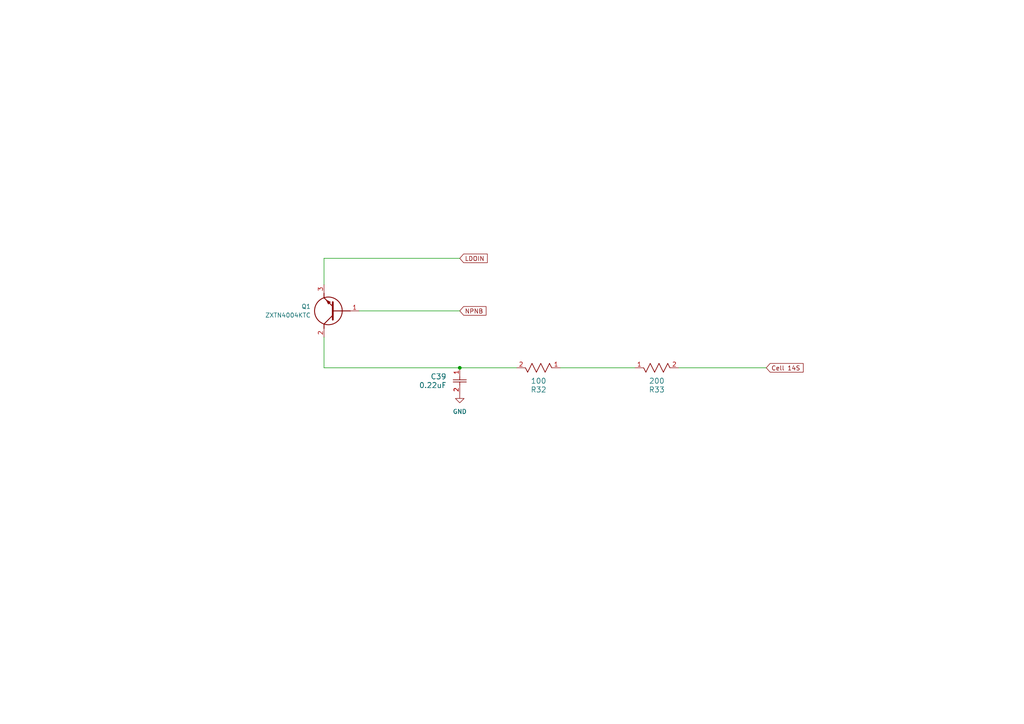
<source format=kicad_sch>
(kicad_sch (version 20231120) (generator "eeschema") (generator_version "8.0")
  (paper "A4")
  (lib_symbols
    (symbol "CRCW2010100RFKEF:CRCW2010100RFKEF" (pin_names (offset 0.254))
      (property "Reference" "R32" (at 6.35 6.35 0))
      (property "Value" "100" (at 6.35 3.81 0))
      (symbol "CRCW2010100RFKEF_1_1"
        (polyline (pts (xy 2.54 0) (xy 3.175 1.27)) (stroke (width 0.2032)))
        (polyline (pts (xy 3.175 1.27) (xy 4.445 -1.27)) (stroke (width 0.2032)))
        (polyline (pts (xy 4.445 -1.27) (xy 5.715 1.27)) (stroke (width 0.2032)))
        (polyline (pts (xy 5.715 1.27) (xy 6.985 -1.27)) (stroke (width 0.2032)))
        (polyline (pts (xy 6.985 -1.27) (xy 8.255 1.27)) (stroke (width 0.2032)))
        (polyline (pts (xy 8.255 1.27) (xy 9.525 -1.27)) (stroke (width 0.2032)))
        (polyline (pts (xy 9.525 -1.27) (xy 10.16 0)) (stroke (width 0.2032)))
        (pin passive line (at 12.7 0 180) (length 2.54) (name "") (number "1"))
        (pin passive line (at 0 0 0) (length 2.54) (name "") (number "2"))
      )
      (symbol "CRCW2010100RFKEF_1_2"
        (polyline (pts (xy -1.27 3.175) (xy 1.27 4.445)) (stroke (width 0.2032)))
        (polyline (pts (xy -1.27 5.715) (xy 1.27 6.985)) (stroke (width 0.2032)))
        (polyline (pts (xy -1.27 8.255) (xy 1.27 9.525)) (stroke (width 0.2032)))
        (polyline (pts (xy 0 2.54) (xy -1.27 3.175)) (stroke (width 0.2032)))
        (polyline (pts (xy 1.27 4.445) (xy -1.27 5.715)) (stroke (width 0.2032)))
        (polyline (pts (xy 1.27 6.985) (xy -1.27 8.255)) (stroke (width 0.2032)))
        (polyline (pts (xy 1.27 9.525) (xy 0 10.16)) (stroke (width 0.2032)))
        (pin unspecified line (at 0 12.7 270) (length 2.54) (name "") (number "1"))
        (pin unspecified line (at 0 0 90) (length 2.54) (name "") (number "2"))
      )
    )
    (symbol "CRCW2010200RFKEF:CRCW2010200RFKEF" (pin_names (offset 0.254))
      (property "Reference" "R33" (at 6.35 6.35 0))
      (property "Value" "200" (at 6.35 3.81 0))
      (symbol "CRCW2010200RFKEF_1_1"
        (polyline (pts (xy 2.54 0) (xy 3.175 1.27)) (stroke (width 0.2032)))
        (polyline (pts (xy 3.175 1.27) (xy 4.445 -1.27)) (stroke (width 0.2032)))
        (polyline (pts (xy 4.445 -1.27) (xy 5.715 1.27)) (stroke (width 0.2032)))
        (polyline (pts (xy 5.715 1.27) (xy 6.985 -1.27)) (stroke (width 0.2032)))
        (polyline (pts (xy 6.985 -1.27) (xy 8.255 1.27)) (stroke (width 0.2032)))
        (polyline (pts (xy 8.255 1.27) (xy 9.525 -1.27)) (stroke (width 0.2032)))
        (polyline (pts (xy 9.525 -1.27) (xy 10.16 0)) (stroke (width 0.2032)))
        (pin passive line (at 0 0 0) (length 2.54) (name "") (number "1"))
        (pin passive line (at 12.7 0 180) (length 2.54) (name "") (number "2"))
      )
      (symbol "CRCW2010200RFKEF_1_2"
        (polyline (pts (xy -1.27 3.175) (xy 1.27 4.445)) (stroke (width 0.2032)))
        (polyline (pts (xy -1.27 5.715) (xy 1.27 6.985)) (stroke (width 0.2032)))
        (polyline (pts (xy -1.27 8.255) (xy 1.27 9.525)) (stroke (width 0.2032)))
        (polyline (pts (xy 0 2.54) (xy -1.27 3.175)) (stroke (width 0.2032)))
        (polyline (pts (xy 1.27 4.445) (xy -1.27 5.715)) (stroke (width 0.2032)))
        (polyline (pts (xy 1.27 6.985) (xy -1.27 8.255)) (stroke (width 0.2032)))
        (polyline (pts (xy 1.27 9.525) (xy 0 10.16)) (stroke (width 0.2032)))
        (pin unspecified line (at 0 12.7 270) (length 2.54) (name "") (number "1"))
        (pin unspecified line (at 0 0 90) (length 2.54) (name "") (number "2"))
      )
    )
    (symbol "GCM31MR72A224KA37L:GCM31MR72A224KA37L" (pin_names (offset 0.254))
      (property "Reference" "C39" (at 2.5399 3.81 90))
      (property "Value" "0.22µF" (at 5.0799 3.81 90))
      (symbol "GCM31MR72A224KA37L_1_1"
        (polyline (pts (xy 2.54 0) (xy 3.4798 0)) (stroke (width 0.2032)))
        (polyline (pts (xy 3.4798 -1.905) (xy 3.4798 1.905)) (stroke (width 0.2032)))
        (polyline (pts (xy 4.1148 -1.905) (xy 4.1148 1.905)) (stroke (width 0.2032)))
        (polyline (pts (xy 4.1148 0) (xy 5.08 0)) (stroke (width 0.2032)))
        (pin passive line (at 0 0 0) (length 2.54) (name "") (number "1"))
        (pin passive line (at 7.62 0 180) (length 2.54) (name "") (number "2"))
      )
      (symbol "GCM31MR72A224KA37L_1_2"
        (polyline (pts (xy -1.905 -4.1148) (xy 1.905 -4.1148)) (stroke (width 0.2032)))
        (polyline (pts (xy -1.905 -3.4798) (xy 1.905 -3.4798)) (stroke (width 0.2032)))
        (polyline (pts (xy 0 -4.1148) (xy 0 -5.08)) (stroke (width 0.2032)))
        (polyline (pts (xy 0 -2.54) (xy 0 -3.4798)) (stroke (width 0.2032)))
        (pin unspecified line (at 0 0 270) (length 2.54) (name "") (number "1"))
        (pin unspecified line (at 0 -7.62 90) (length 2.54) (name "") (number "2"))
      )
    )
    (symbol "ZXTN4004KTC:ZXTN4004KTC" (pin_names hide)
      (property "Reference" "Q" (at 13.97 1.27 0))
      (property "Value" "ZXTN4004KTC" (at 13.97 -1.27 0))
      (symbol "ZXTN4004KTC_1_1"
        (polyline (pts (xy 2.54 0) (xy 7.62 0)) (stroke (width 0.254)))
        (polyline (pts (xy 7.62 -1.27) (xy 10.16 -3.81)) (stroke (width 0.254)))
        (polyline (pts (xy 7.62 1.27) (xy 10.16 3.81)) (stroke (width 0.254)))
        (polyline (pts (xy 7.62 2.54) (xy 7.62 -2.54)) (stroke (width 0.508)))
        (polyline (pts (xy 10.16 -3.81) (xy 10.16 -5.08)) (stroke (width 0.254)))
        (polyline (pts (xy 10.16 3.81) (xy 10.16 5.08)) (stroke (width 0.254)))
        (polyline (pts (xy 8.382 -2.54) (xy 8.89 -2.032) (xy 9.398 -3.048) (xy 8.382 -2.54)) (stroke (width 0.254)) (fill (type outline)))
        (circle (center 8.89 0) (radius 4.016) (stroke (width 0.254)))
        (pin passive line (at 0 0 0) (length 2.54) (name "B") (number "1"))
        (pin passive line (at 10.16 7.62 270) (length 2.54) (name "C") (number "2"))
        (pin passive line (at 10.16 -7.62 90) (length 2.54) (name "E") (number "3"))
      )
    )
    (symbol "power:GND" (power) (pin_numbers hide) (pin_names (offset 0) hide)
      (property "Value" "GND" (at 0 -3.81 0))
      (symbol "GND_0_1"
        (polyline (pts (xy 0 0) (xy 0 -1.27) (xy 1.27 -1.27) (xy 0 -2.54) (xy -1.27 -1.27) (xy 0 -1.27)))
      )
      (symbol "GND_1_1"
        (pin power_in line (at 0 0 270) (length 0) (name "~") (number "1"))
      )
    )
  )
  (junction (at 133.35 106.68))
  (wire (pts (xy 162.56 106.68) (xy 184.15 106.68)))
  (wire (pts (xy 133.35 106.68) (xy 149.86 106.68)))
  (wire (pts (xy 104.14 90.17) (xy 133.35 90.17)))
  (wire (pts (xy 93.98 82.55) (xy 93.98 74.93)))
  (wire (pts (xy 93.98 97.79) (xy 93.98 106.68)))
  (wire (pts (xy 93.98 106.68) (xy 133.35 106.68)))
  (wire (pts (xy 93.98 74.93) (xy 133.35 74.93)))
  (wire (pts (xy 196.85 106.68) (xy 222.25 106.68)))
  (global_label "LDOIN" (shape input) (at 133.35 74.93 0) (property "Intersheetrefs" "${INTERSHEET_REFS}" (effects (hide yes))))
  (global_label "NPNB" (shape input) (at 133.35 90.17 0) (property "Intersheetrefs" "${INTERSHEET_REFS}" (effects (hide yes))))
  (global_label "Cell 14S" (shape input) (at 222.25 106.68 0) (property "Intersheetrefs" "${INTERSHEET_REFS}" (effects (hide yes))))
  (symbol (lib_id "GCM31MR72A224KA37L:GCM31MR72A224KA37L") (at 133.35 106.68 90) (mirror x) (unit 1)
    (property "Reference" "C39" (at 129.54 109.2199 90) (effects (font (size 1.524 1.524)) (justify left)))
    (property "Value" "0.22uF" (at 129.54 111.7599 90) (effects (font (size 1.524 1.524)) (justify left)))
    (property "Footprint" "GCM31MR72A224KA37L:G-31_MUR-L" (effects (hide yes)))
    (property "Datasheet" "https://search.murata.co.jp/Ceramy/image/img/A01X/G101/ENG/GCM033R71A103KA03-01A.pdf" (effects (hide yes)))
    (property "Manufacturer Part Number" "GCM31MR72A224KA37L" (effects (hide yes)))
  )
  (symbol (lib_id "power:GND") (at 133.35 114.3 0) (unit 1)
    (property "Reference" "#PWR01" (effects (hide yes)))
    (property "Value" "GND" (at 133.35 119.38 0))
    (property "Description" "Power symbol creates a global label with name \"GND\" , ground" (effects (hide yes)))
  )
  (symbol (lib_id "CRCW2010200RFKEF:CRCW2010200RFKEF") (at 184.15 106.68 0) (mirror x) (unit 1)
    (property "Reference" "R33" (at 190.5 113.03 0) (effects (font (size 1.524 1.524))))
    (property "Value" "200" (at 190.5 110.49 0) (effects (font (size 1.524 1.524))))
    (property "Footprint" "CRCW2010200RFKEF:RC2010N_VIS-L" (effects (hide yes)))
    (property "Datasheet" "https://www.vishay.com/docs/20035/dcrcwe3.pdf" (effects (hide yes)))
    (property "Manufacturer Part Number" "CRCW2010200RFKEF" (effects (hide yes)))
  )
  (symbol (lib_id "ZXTN4004KTC:ZXTN4004KTC") (at 104.14 90.17 180) (unit 1)
    (property "Reference" "Q1" (at 90.17 88.8999 0) (effects (justify left)))
    (property "Value" "ZXTN4004KTC" (at 90.17 91.4399 0) (effects (justify left)))
    (property "Footprint" "ZXTN4004KTC:ZXTN4004KTC" (effects (hide yes)))
    (property "Datasheet" "https://www.diodes.com//assets/Datasheets/ZXTN4004K.pdf" (effects (hide yes)))
    (property "Description" "Bipolar (BJT) Transistor NPN 150 V 1 A 3.8 W Surface Mount TO-252-3" (effects (hide yes)))
    (property "Height" "2.52" (effects (hide yes)))
    (property "Mouser Part Number" "621-ZXTN4004KTC" (effects (hide yes)))
    (property "Mouser Price/Stock" "https://www.mouser.co.uk/ProductDetail/Diodes-Incorporated/ZXTN4004KTC?qs=aXnpsjvrXd1NjskJTVsVYA%3D%3D" (effects (hide yes)))
    (property "Manufacturer_Name" "Diodes Incorporated" (effects (hide yes)))
    (property "Manufacturer_Part_Number" "ZXTN4004KTC" (effects (hide yes)))
    (property "Manufacturer Part Number" "ZXTN4004KTC" (effects (hide yes)))
  )
  (symbol (lib_id "CRCW2010100RFKEF:CRCW2010100RFKEF") (at 149.86 106.68 0) (mirror x) (unit 1)
    (property "Reference" "R32" (at 156.21 113.03 0) (effects (font (size 1.524 1.524))))
    (property "Value" "100" (at 156.21 110.49 0) (effects (font (size 1.524 1.524))))
    (property "Footprint" "CRCW2010100RFKEF:RES_CRCW_2010-L" (effects (hide yes)))
    (property "Datasheet" "https://www.vishay.com/docs/20035/dcrcwe3.pdf" (effects (hide yes)))
    (property "Manufacturer Part Number" "CRCW2010100RFKEF" (effects (hide yes)))
  )
)
</source>
